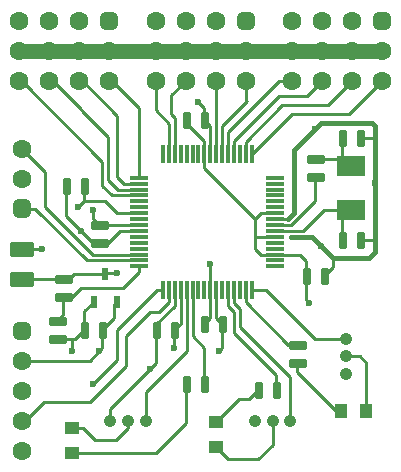
<source format=gtl>
G04 Generated by Ultiboard 14.1 *
%FSLAX24Y24*%
%MOIN*%

%ADD10C,0.0001*%
%ADD11C,0.0150*%
%ADD12C,0.0100*%
%ADD13C,0.0500*%
%ADD14C,0.0236*%
%ADD15R,0.0108X0.0417*%
%ADD16C,0.0167*%
%ADD17R,0.0417X0.0108*%
%ADD18R,0.0945X0.0669*%
%ADD19C,0.0416*%
%ADD20R,0.0472X0.0433*%
%ADD21R,0.0236X0.0394*%
%ADD22C,0.0633*%
%ADD23R,0.0208X0.0208*%
%ADD24C,0.0392*%
%ADD25R,0.0617X0.0308*%
%ADD26R,0.0433X0.0472*%
%ADD27R,0.0118X0.0610*%
%ADD28R,0.0610X0.0118*%


G04 ColorRGB 00FF00 for the following layer *
%LNCopper Top*%
%LPD*%
G54D10*
G54D11*
X12200Y7200D02*
X11000Y7200D01*
X12400Y7400D02*
X12200Y7200D01*
X12400Y7400D02*
X12400Y11600D01*
X9700Y8700D02*
X9700Y10800D01*
X9498Y8498D02*
X9700Y8700D01*
X9700Y10800D02*
X10600Y11700D01*
X10600Y11700D02*
X12300Y11700D01*
X12400Y11600D01*
X10300Y7900D02*
X9600Y7900D01*
X11000Y7200D02*
X10300Y7900D01*
G54D12*
X9064Y8105D02*
X10005Y8105D01*
X10700Y8800D01*
X11300Y7800D02*
X11300Y8500D01*
X11900Y7800D02*
X12400Y7800D01*
X9064Y8498D02*
X9498Y8498D01*
X9602Y8302D02*
X10400Y9100D01*
X10700Y8800D02*
X11600Y8800D01*
X11300Y8500D02*
X11600Y8800D01*
X10400Y9100D02*
X10400Y9900D01*
X10400Y10500D02*
X11357Y10500D01*
X11300Y10557D02*
X11600Y10257D01*
X11300Y11200D02*
X11300Y10557D01*
X11900Y11200D02*
X12400Y11200D01*
X6898Y10664D02*
X6898Y11602D01*
X6200Y11700D02*
X6100Y11800D01*
X6702Y11098D02*
X6200Y11600D01*
X6200Y11700D01*
X8583Y7317D02*
X8400Y7500D01*
X8400Y8500D01*
X8600Y8700D01*
X9059Y8700D01*
X9064Y7908D02*
X8408Y7908D01*
X4536Y8105D02*
X3905Y8105D01*
X3500Y7700D01*
X3200Y8300D02*
X4535Y8300D01*
X5717Y6136D02*
X5717Y5617D01*
X5100Y5000D01*
X5700Y4800D02*
X5914Y5014D01*
X5914Y6136D01*
X9602Y8302D02*
X9064Y8302D01*
X6308Y6136D02*
X6308Y4592D01*
X6700Y4200D01*
X6700Y3000D01*
X6111Y4111D02*
X4741Y2741D01*
X4741Y1769D01*
X6111Y6136D02*
X6111Y4111D01*
X6100Y3000D02*
X6100Y1700D01*
X5100Y700D01*
X2274Y700D01*
X2274Y1527D02*
X2673Y1527D01*
X3050Y1150D02*
X3750Y1150D01*
X4150Y1550D01*
X4150Y1769D01*
X2673Y1527D02*
X3050Y1150D01*
X6898Y5198D02*
X6700Y5000D01*
X7095Y6136D02*
X7095Y5205D01*
X7300Y5000D01*
X7489Y6136D02*
X7489Y5611D01*
X7700Y5400D01*
X8800Y3600D02*
X9100Y3300D01*
X9100Y2800D01*
X8500Y2800D02*
X8200Y2500D01*
X7873Y2500D01*
X7100Y1727D01*
X7686Y5714D02*
X7900Y5500D01*
X7686Y6136D02*
X7686Y5714D01*
X8583Y7317D02*
X9883Y7317D01*
X10100Y7100D01*
X10700Y6600D02*
X11000Y6900D01*
X11000Y7200D01*
X8276Y6136D02*
X8764Y6136D01*
X8080Y6136D02*
X8080Y5720D01*
X9500Y4300D01*
X9800Y4300D01*
X7900Y4900D02*
X9571Y3229D01*
X7900Y5500D02*
X7900Y4900D01*
X9571Y3229D02*
X9571Y1769D01*
X7700Y4700D02*
X8800Y3600D01*
X7700Y5400D02*
X7700Y4700D01*
X8276Y10664D02*
X9613Y12000D01*
X7686Y10664D02*
X7686Y11086D01*
X7489Y10664D02*
X7489Y11396D01*
X7095Y10664D02*
X7095Y13003D01*
X8080Y10664D02*
X8080Y11080D01*
X4536Y7120D02*
X2780Y7120D01*
X10100Y5800D02*
X10100Y7100D01*
X10100Y5800D02*
X10200Y5700D01*
X7100Y900D02*
X7500Y500D01*
X8500Y500D01*
X8980Y980D01*
X8980Y1769D01*
X4536Y9876D02*
X4536Y12211D01*
X4536Y9680D02*
X4020Y9680D01*
X3800Y9900D01*
X3800Y11948D01*
X2610Y13138D01*
X3500Y9800D02*
X3500Y11248D01*
X3500Y9800D02*
X3817Y9483D01*
X4536Y9483D01*
X4536Y9286D02*
X3614Y9286D01*
X3300Y9600D01*
X3000Y7700D02*
X3500Y7700D01*
X7200Y4100D02*
X7300Y4200D01*
X7300Y5000D01*
X5100Y3700D02*
X5100Y5000D01*
X6898Y11602D02*
X6700Y11800D01*
X6702Y10198D02*
X6702Y11098D01*
X6702Y10198D02*
X8400Y8500D01*
X5700Y4200D02*
X5700Y4800D01*
X6898Y5198D02*
X6898Y6998D01*
X3300Y4200D02*
X3300Y4800D01*
X1800Y4500D02*
X2400Y4500D01*
X2700Y4800D01*
X2700Y5421D01*
X3026Y5747D01*
X3300Y4800D02*
X3700Y5200D01*
X3700Y5673D01*
X3774Y5747D01*
X2000Y5900D02*
X2000Y5300D01*
X1800Y5100D01*
X4000Y6200D02*
X4536Y6736D01*
X4536Y6924D01*
X2300Y4100D02*
X2300Y4500D01*
X3200Y8300D02*
X3000Y8500D01*
X3000Y8800D01*
X4100Y4600D02*
X4100Y3600D01*
X2880Y3780D02*
X3300Y4200D01*
X740Y3780D02*
X2880Y3780D01*
X4100Y3600D02*
X2900Y2400D01*
X1360Y2400D01*
X4900Y5400D02*
X4100Y4600D01*
X5200Y5400D02*
X4900Y5400D01*
X5520Y6136D02*
X5520Y5720D01*
X5200Y5400D01*
X5136Y6136D02*
X5324Y6136D01*
X3800Y4800D02*
X5136Y6136D01*
X3800Y3800D02*
X3800Y4800D01*
X3000Y3000D02*
X3800Y3800D01*
X620Y1760D02*
X720Y1760D01*
X1360Y2400D01*
X2000Y6500D02*
X1700Y6500D01*
X600Y7500D02*
X1300Y7500D01*
X2780Y7120D02*
X1050Y8850D01*
X620Y8850D01*
X1400Y8900D02*
X2983Y7317D01*
X4536Y7317D01*
X1400Y8900D02*
X1400Y10070D01*
X620Y10850D01*
X3559Y1769D02*
X3559Y2159D01*
X5100Y3700D01*
X1700Y6500D02*
X600Y6500D01*
X2200Y6500D02*
X2353Y6653D01*
X3400Y6653D01*
X2000Y6500D02*
X2200Y6500D01*
X2000Y5900D02*
X2300Y5900D01*
X2600Y6200D01*
X4000Y6200D01*
X2100Y9600D02*
X2100Y8600D01*
X3000Y7700D01*
X2500Y8900D02*
X2700Y9100D01*
X2700Y9600D01*
X4536Y8695D02*
X3805Y8695D01*
X3400Y9100D01*
X2700Y9100D01*
X9800Y3700D02*
X9800Y3400D01*
X11100Y2100D01*
X11273Y2100D01*
X3300Y10400D02*
X610Y13090D01*
X3300Y9600D02*
X3300Y10400D01*
X8080Y11080D02*
X9300Y12300D01*
X7686Y11086D02*
X9200Y12600D01*
X3500Y11248D02*
X2668Y12080D01*
X2553Y12194D01*
X1610Y13138D01*
X9613Y12000D02*
X11517Y12000D01*
X12630Y13113D01*
X9300Y12300D02*
X10817Y12300D01*
X11630Y13113D01*
X9200Y12600D02*
X10117Y12600D01*
X10630Y13113D01*
X9196Y13104D02*
X9620Y13104D01*
X7292Y11592D02*
X8130Y12430D01*
X7292Y10664D02*
X7292Y11592D01*
X8100Y12400D02*
X8100Y13093D01*
X5520Y10664D02*
X5520Y11680D01*
X5080Y12120D01*
X5080Y13113D01*
X5717Y10664D02*
X5717Y11883D01*
X5600Y12000D01*
X5600Y12633D01*
X6080Y13113D01*
X7489Y11396D02*
X9196Y13104D01*
X6700Y11800D02*
X6700Y12200D01*
X6500Y12400D01*
X3530Y13113D02*
X3623Y13113D01*
X4536Y12200D01*
X3800Y6700D02*
X3447Y6700D01*
X3400Y6653D01*
X8764Y6136D02*
X10389Y4511D01*
X11411Y4511D01*
X12100Y2100D02*
X12100Y3700D01*
X11880Y3920D01*
X11411Y3920D01*
G54D13*
X530Y14113D02*
X12630Y14113D01*
G54D14*
X10400Y11500D03*
X12400Y9700D03*
X10600Y7600D03*
X10200Y5700D03*
X7200Y4100D03*
X4900Y3500D03*
X5700Y4200D03*
X6900Y7000D03*
X2300Y4100D03*
X3200Y4100D03*
X1300Y7500D03*
X3000Y8800D03*
X2600Y8100D03*
X3000Y3000D03*
X2500Y8900D03*
X6500Y12400D03*
X3800Y6700D03*
G54D15*
X6100Y3000D03*
X6700Y3000D03*
X6100Y11800D03*
X6700Y11800D03*
X11300Y7800D03*
X11900Y7800D03*
X10100Y6600D03*
X10700Y6600D03*
X8500Y2800D03*
X9100Y2800D03*
X5100Y4800D03*
X5700Y4800D03*
X7300Y5000D03*
X6700Y5000D03*
X3300Y4800D03*
X2700Y4800D03*
X11300Y11200D03*
X11900Y11200D03*
X2100Y9600D03*
X2700Y9600D03*
G54D16*
X6046Y2792D02*
X6154Y2792D01*
X6154Y3208D01*
X6046Y3208D01*
X6046Y2792D01*D02*
X6646Y2792D02*
X6754Y2792D01*
X6754Y3208D01*
X6646Y3208D01*
X6646Y2792D01*D02*
X10192Y9846D02*
X10608Y9846D01*
X10608Y9954D01*
X10192Y9954D01*
X10192Y9846D01*D02*
X10192Y10446D02*
X10608Y10446D01*
X10608Y10554D01*
X10192Y10554D01*
X10192Y10446D01*D02*
X6046Y11592D02*
X6154Y11592D01*
X6154Y12008D01*
X6046Y12008D01*
X6046Y11592D01*D02*
X6646Y11592D02*
X6754Y11592D01*
X6754Y12008D01*
X6646Y12008D01*
X6646Y11592D01*D02*
X11246Y7592D02*
X11354Y7592D01*
X11354Y8008D01*
X11246Y8008D01*
X11246Y7592D01*D02*
X11846Y7592D02*
X11954Y7592D01*
X11954Y8008D01*
X11846Y8008D01*
X11846Y7592D01*D02*
X10046Y6392D02*
X10154Y6392D01*
X10154Y6808D01*
X10046Y6808D01*
X10046Y6392D01*D02*
X10646Y6392D02*
X10754Y6392D01*
X10754Y6808D01*
X10646Y6808D01*
X10646Y6392D01*D02*
X8446Y2592D02*
X8554Y2592D01*
X8554Y3008D01*
X8446Y3008D01*
X8446Y2592D01*D02*
X9046Y2592D02*
X9154Y2592D01*
X9154Y3008D01*
X9046Y3008D01*
X9046Y2592D01*D02*
X5046Y4592D02*
X5154Y4592D01*
X5154Y5008D01*
X5046Y5008D01*
X5046Y4592D01*D02*
X5646Y4592D02*
X5754Y4592D01*
X5754Y5008D01*
X5646Y5008D01*
X5646Y4592D01*D02*
X2992Y7646D02*
X3408Y7646D01*
X3408Y7754D01*
X2992Y7754D01*
X2992Y7646D01*D02*
X2992Y8246D02*
X3408Y8246D01*
X3408Y8354D01*
X2992Y8354D01*
X2992Y8246D01*D02*
X9592Y3646D02*
X10008Y3646D01*
X10008Y3754D01*
X9592Y3754D01*
X9592Y3646D01*D02*
X9592Y4246D02*
X10008Y4246D01*
X10008Y4354D01*
X9592Y4354D01*
X9592Y4246D01*D02*
X7246Y4792D02*
X7354Y4792D01*
X7354Y5208D01*
X7246Y5208D01*
X7246Y4792D01*D02*
X6646Y4792D02*
X6754Y4792D01*
X6754Y5208D01*
X6646Y5208D01*
X6646Y4792D01*D02*
X1592Y4446D02*
X2008Y4446D01*
X2008Y4554D01*
X1592Y4554D01*
X1592Y4446D01*D02*
X1592Y5046D02*
X2008Y5046D01*
X2008Y5154D01*
X1592Y5154D01*
X1592Y5046D01*D02*
X3246Y4592D02*
X3354Y4592D01*
X3354Y5008D01*
X3246Y5008D01*
X3246Y4592D01*D02*
X2646Y4592D02*
X2754Y4592D01*
X2754Y5008D01*
X2646Y5008D01*
X2646Y4592D01*D02*
X1792Y6446D02*
X2208Y6446D01*
X2208Y6554D01*
X1792Y6554D01*
X1792Y6446D01*D02*
X1792Y5846D02*
X2208Y5846D01*
X2208Y5954D01*
X1792Y5954D01*
X1792Y5846D01*D02*
X11246Y10992D02*
X11354Y10992D01*
X11354Y11408D01*
X11246Y11408D01*
X11246Y10992D01*D02*
X11846Y10992D02*
X11954Y10992D01*
X11954Y11408D01*
X11846Y11408D01*
X11846Y10992D01*D02*
X292Y6346D02*
X908Y6346D01*
X908Y6654D01*
X292Y6654D01*
X292Y6346D01*D02*
X292Y7346D02*
X908Y7346D01*
X908Y7654D01*
X292Y7654D01*
X292Y7346D01*D02*
X2046Y9392D02*
X2154Y9392D01*
X2154Y9808D01*
X2046Y9808D01*
X2046Y9392D01*D02*
X2646Y9392D02*
X2754Y9392D01*
X2754Y9808D01*
X2646Y9808D01*
X2646Y9392D01*D02*
G54D17*
X10400Y9900D03*
X10400Y10500D03*
X3200Y7700D03*
X3200Y8300D03*
X9800Y3700D03*
X9800Y4300D03*
X1800Y4500D03*
X1800Y5100D03*
X2000Y6500D03*
X2000Y5900D03*
G54D18*
X11600Y10257D03*
X11600Y8800D03*
G54D19*
X8389Y1769D03*
X9571Y1769D03*
X8980Y1769D03*
X3559Y1769D03*
X4741Y1769D03*
X4150Y1769D03*
X11411Y3329D03*
X11411Y4511D03*
X11411Y3920D03*
G54D20*
X2274Y700D03*
X2274Y1527D03*
X7100Y900D03*
X7100Y1727D03*
G54D21*
X3026Y5747D03*
X3774Y5747D03*
X3400Y6653D03*
G54D22*
X620Y3760D03*
X620Y2760D03*
X620Y760D03*
X620Y1760D03*
X620Y9850D03*
X620Y10850D03*
X10630Y14113D03*
X12630Y14113D03*
X11630Y14113D03*
X9630Y14113D03*
X10630Y15113D03*
X11630Y15113D03*
X9630Y15113D03*
X12630Y13113D03*
X11630Y13113D03*
X10630Y13113D03*
X9630Y13113D03*
X6080Y14113D03*
X8080Y14113D03*
X7080Y14113D03*
X5080Y14113D03*
X6080Y15113D03*
X7080Y15113D03*
X5080Y15113D03*
X8080Y13113D03*
X7080Y13113D03*
X6080Y13113D03*
X5080Y13113D03*
X1530Y14113D03*
X3530Y14113D03*
X2530Y14113D03*
X530Y14113D03*
X1530Y15113D03*
X2530Y15113D03*
X530Y15113D03*
X3530Y13113D03*
X2530Y13113D03*
X1530Y13113D03*
X530Y13113D03*
G54D23*
X620Y4760D03*
X620Y8850D03*
X12630Y15113D03*
X8080Y15113D03*
X3530Y15113D03*
G54D24*
X516Y4656D02*
X724Y4656D01*
X724Y4864D01*
X516Y4864D01*
X516Y4656D01*D02*
X516Y8746D02*
X724Y8746D01*
X724Y8954D01*
X516Y8954D01*
X516Y8746D01*D02*
X12526Y15009D02*
X12734Y15009D01*
X12734Y15217D01*
X12526Y15217D01*
X12526Y15009D01*D02*
X7976Y15009D02*
X8184Y15009D01*
X8184Y15217D01*
X7976Y15217D01*
X7976Y15009D01*D02*
X3426Y15009D02*
X3634Y15009D01*
X3634Y15217D01*
X3426Y15217D01*
X3426Y15009D01*D02*
G54D25*
X600Y6500D03*
X600Y7500D03*
G54D26*
X11273Y2100D03*
X12100Y2100D03*
G54D27*
X5324Y6136D03*
X5520Y6136D03*
X5717Y6136D03*
X5914Y6136D03*
X6111Y6136D03*
X6308Y6136D03*
X6505Y6136D03*
X6702Y6136D03*
X6898Y6136D03*
X7095Y6136D03*
X7292Y6136D03*
X7489Y6136D03*
X7686Y6136D03*
X7883Y6136D03*
X8080Y6136D03*
X8276Y6136D03*
X5717Y10664D03*
X5520Y10664D03*
X5324Y10664D03*
X5914Y10664D03*
X6505Y10664D03*
X6308Y10664D03*
X6111Y10664D03*
X6702Y10664D03*
X7292Y10664D03*
X7095Y10664D03*
X6898Y10664D03*
X7489Y10664D03*
X8080Y10664D03*
X7883Y10664D03*
X7686Y10664D03*
X8276Y10664D03*
G54D28*
X4536Y7317D03*
X4536Y7120D03*
X4536Y6924D03*
X9064Y6924D03*
X9064Y7120D03*
X9064Y7317D03*
X4536Y7514D03*
X4536Y8105D03*
X4536Y7908D03*
X4536Y7711D03*
X9064Y7514D03*
X9064Y7711D03*
X9064Y7908D03*
X9064Y8105D03*
X4536Y8302D03*
X4536Y8892D03*
X4536Y8695D03*
X4536Y8498D03*
X9064Y8302D03*
X9064Y8498D03*
X9064Y8695D03*
X9064Y8892D03*
X4536Y9089D03*
X4536Y9680D03*
X4536Y9483D03*
X4536Y9286D03*
X9064Y9089D03*
X9064Y9286D03*
X9064Y9483D03*
X9064Y9680D03*
X4536Y9876D03*
X9064Y9876D03*

M02*

</source>
